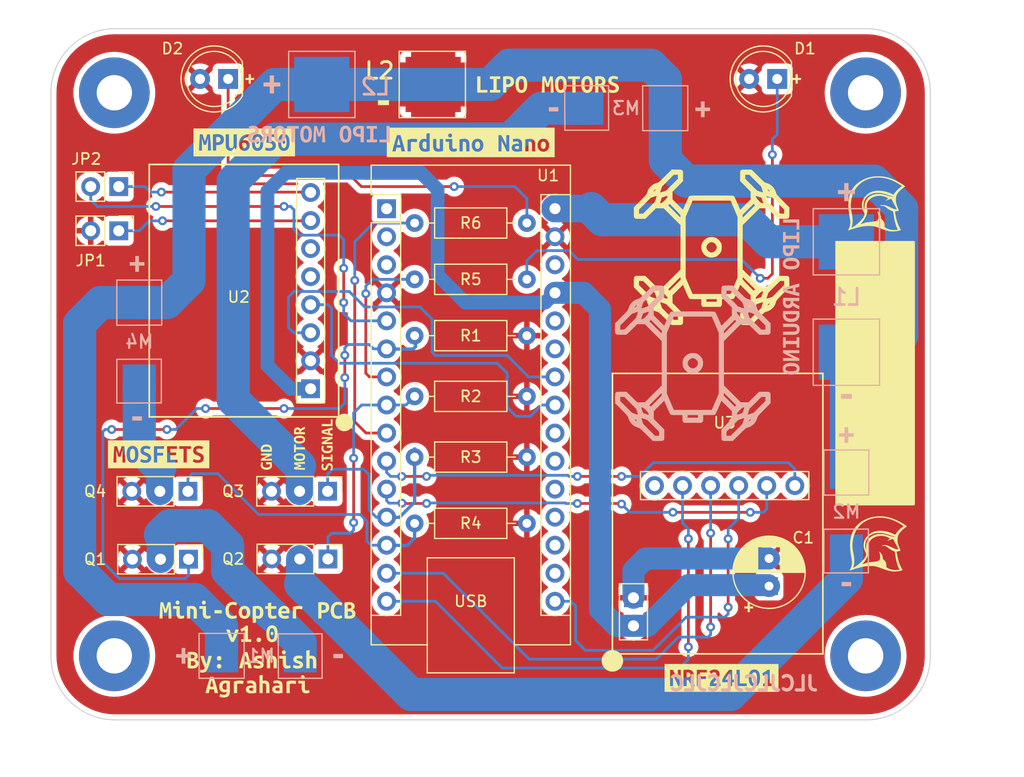
<source format=kicad_pcb>
(kicad_pcb (version 20211014) (generator pcbnew)
  (title_block (title "MiniCopter PCB") (date "2023-05-01") (rev "v1.0") (comment 4 "By: Ashish Agrahari"))
  (layers (0 "F.Cu" signal) (31 "B.Cu" signal) (34 "B.Paste" user) (35 "F.Paste" user) (36 "B.SilkS" user "B.Silkscreen") (37 "F.SilkS" user "F.Silkscreen") (38 "B.Mask" user) (39 "F.Mask" user) (44 "Edge.Cuts" user))
  (net 0 "")
  (net 1 "Net-(JP1-Pad1)")
  (net 2 "Net-(JP2-Pad1)")
  (net 4 "GND")
  (net 5 "INT")
  (net 6 "MOTOR_1")
  (net 7 "LED_1")
  (net 8 "MOTOR_2")
  (net 9 "LED_2")
  (net 10 "CE_NANO")
  (net 11 "CSN_NANO")
  (net 12 "MOTOR_3")
  (net 13 "MOTOR_4")
  (net 14 "MOSI_NANO")
  (net 15 "MISO_NANO")
  (net 16 "SCK_NANO")
  (net 23 "SDA")
  (net 24 "SCL")
  (net 27 "+BATT_ARDUINO")
  (net 30 "Net-(M1-Pad2)")
  (net 31 "+5V")
  (net 32 "+BATT_MOTORS")
  (net 37 "Net-(M2-Pad2)")
  (net 38 "Net-(M3-Pad2)")
  (net 39 "Net-(M4-Pad2)")
  (net 40 "Net-(D1-Pad1)")
  (net 41 "Net-(D2-Pad1)")
  (footprint "kibuzzard-6440D5EF" (layer "F.Cu") (at 91.5 110.5 90)
    (fp_text reference "kibuzzard-6440D5EF" hide)
    (fp_text value "G***" hide)
  )
  (footprint "kibuzzard-6440B803" (layer "F.Cu") (at 98 128.52)
    (fp_text reference "kibuzzard-6440B803" hide)
    (fp_text value "G***" hide)
  )
  (footprint "MountingHole:MountingHole_3.2mm_M3_Pad" (layer "F.Cu") (at 77.74 77.5)
    (fp_text reference "H1")
    (fp_text value "MountingHole")
    (pad "1" thru_hole circle (at 0 0) (size 6.4 6.4) (drill 3.2) (layers *.Cu *.Mask))
  )
  (footprint "MiniCopterSchematic:DroneIcon" (layer "F.Cu") (at 131.8 91.5)
    (fp_text reference "G***")
    (fp_text value "LOGO" hide)
  )
  (footprint "kibuzzard-644F2071" (layer "F.Cu") (at 90 76.25)
    (fp_text reference "kibuzzard-644F2071" hide)
    (fp_text value "G***" hide)
  )
  (footprint "AA_Custom_Components:3Pin_MOSFET_MotorDriver" (layer "F.Cu") (at 91.967 113.596 90)
    (fp_text reference "Q3" (at 0 -3.467 180) (layer "F.SilkS"))
    (fp_text value "FQP20NO6L")
    (pad "1" thru_hole rect (at 0 5.08 90) (size 1.7 1.7) (drill 1) (layers *.Cu *.Mask) (net 12 "MOTOR_3"))
    (pad "2" thru_hole oval (at 0 2.54 90) (size 1.7 1.7) (drill 1) (layers *.Cu *.Mask) (net 38 "Net-(M3-Pad2)"))
    (pad "3" thru_hole circle (at 0 0 90) (size 1.7 1.7) (drill 1) (layers *.Cu *.Mask) (net 4 "GND"))
  )
  (footprint "Resistor_THT:R_Axial_DIN0207_L6.3mm_D2.5mm_P10.16mm_Horizontal" (layer "F.Cu") (at 104.92 105)
    (fp_text reference "R2" (at 5.08 0) (layer "F.SilkS"))
    (fp_text value "10K Ω")
    (pad "1" thru_hole circle (at 0 0) (size 1.6 1.6) (drill 0.8) (layers *.Cu *.Mask) (net 8 "MOTOR_2"))
    (pad "2" thru_hole oval (at 10.16 0) (size 1.6 1.6) (drill 0.8) (layers *.Cu *.Mask) (net 4 "GND"))
  )
  (footprint "kibuzzard-6440D635" (layer "F.Cu") (at 94.5 109.7 90)
    (fp_text reference "kibuzzard-6440D635" hide)
    (fp_text value "G***" hide)
  )
  (footprint "AA_Custom_Components:NRF24L01_Breakout" (layer "F.Cu") (at 134.252013 108)
    (fp_text reference "U3" (at -1.27 -0.613487 unlocked) (layer "F.SilkS"))
    (fp_text value "NRF24L01_Breakout")
    (pad "1" thru_hole rect (at -9.525 15.24) (size 1.7 1.7) (drill 1) (layers *.Cu *.Mask) (net 4 "GND"))
    (pad "2" thru_hole circle (at -9.525 17.78) (size 1.7 1.7) (drill 1) (layers *.Cu *.Mask) (net 31 "+5V"))
    (pad "3" thru_hole circle (at 5.08 5.08) (size 1.7 1.7) (drill 1) (layers *.Cu *.Mask) (net 10 "CE_NANO"))
    (pad "4" thru_hole circle (at 2.54 5.08) (size 1.7 1.7) (drill 1) (layers *.Cu *.Mask) (net 11 "CSN_NANO"))
    (pad "5" thru_hole circle (at 0 5.08) (size 1.7 1.7) (drill 1) (layers *.Cu *.Mask) (net 16 "SCK_NANO"))
    (pad "6" thru_hole circle (at -2.54 5.08) (size 1.7 1.7) (drill 1) (layers *.Cu *.Mask) (net 14 "MOSI_NANO"))
    (pad "7" thru_hole circle (at -5.08 5.08) (size 1.7 1.7) (drill 1) (layers *.Cu *.Mask) (net 15 "MISO_NANO"))
    (pad "8" thru_hole circle (at -7.62 5.08) (size 1.7 1.7) (drill 1) (layers *.Cu *.Mask))
  )
  (footprint "kibuzzard-6440B803" (layer "F.Cu") (at 144 122)
    (fp_text reference "kibuzzard-6440B803" hide)
    (fp_text value "G***" hide)
  )
  (footprint "Resistor_THT:R_Axial_DIN0207_L6.3mm_D2.5mm_P10.16mm_Horizontal" (layer "F.Cu") (at 104.92 116.5)
    (fp_text reference "R4" (at 5.08 0) (layer "F.SilkS"))
    (fp_text value "10K Ω")
    (pad "1" thru_hole circle (at 0 0) (size 1.6 1.6) (drill 0.8) (layers *.Cu *.Mask) (net 13 "MOTOR_4"))
    (pad "2" thru_hole oval (at 10.16 0) (size 1.6 1.6) (drill 0.8) (layers *.Cu *.Mask) (net 4 "GND"))
  )
  (footprint "AA_Custom_Components:Arduino_Nano" (layer "F.Cu") (at 102.385 88)
    (fp_text reference "U1" (at 14.615 -3) (layer "F.SilkS"))
    (fp_text value "ARDUINO NANO")
    (fp_text user "USB" (at 7.62 35.56 unlocked) (layer "F.SilkS"))
    (pad "1" thru_hole rect (at 0 0) (size 1.7 1.7) (drill 1) (layers *.Cu *.Mask))
    (pad "2" thru_hole circle (at 0 2.54) (size 1.7 1.7) (drill 1) (layers *.Cu *.Mask))
    (pad "3" thru_hole circle (at 0 5.08) (size 1.7 1.7) (drill 1) (layers *.Cu *.Mask))
    (pad "4" thru_hole circle (at 0 7.62) (size 1.7 1.7) (drill 1) (layers *.Cu *.Mask) (net 4 "GND"))
    (pad "5" thru_hole circle (at 0 10.16) (size 1.7 1.7) (drill 1) (layers *.Cu *.Mask) (net 5 "INT"))
    (pad "6" thru_hole circle (at 0 12.7) (size 1.7 1.7) (drill 1) (layers *.Cu *.Mask) (net 6 "MOTOR_1"))
    (pad "7" thru_hole circle (at 0 15.24) (size 1.7 1.7) (drill 1) (layers *.Cu *.Mask) (net 7 "LED_1"))
    (pad "8" thru_hole circle (at 0 17.78) (size 1.7 1.7) (drill 1) (layers *.Cu *.Mask) (net 8 "MOTOR_2"))
    (pad "9" thru_hole circle (at 0 20.32) (size 1.7 1.7) (drill 1) (layers *.Cu *.Mask) (net 9 "LED_2"))
    (pad "10" thru_hole circle (at 0 22.86) (size 1.7 1.7) (drill 1) (layers *.Cu *.Mask) (net 10 "CE_NANO"))
    (pad "11" thru_hole circle (at 0 25.4) (size 1.7 1.7) (drill 1) (layers *.Cu *.Mask) (net 11 "CSN_NANO"))
    (pad "12" thru_hole circle (at 0 27.94) (size 1.7 1.7) (drill 1) (layers *.Cu *.Mask) (net 12 "MOTOR_3"))
    (pad "13" thru_hole circle (at 0 30.48) (size 1.7 1.7) (drill 1) (layers *.Cu *.Mask) (net 13 "MOTOR_4"))
    (pad "14" thru_hole circle (at 0 33.02) (size 1.7 1.7) (drill 1) (layers *.Cu *.Mask) (net 14 "MOSI_NANO"))
    (pad "15" thru_hole circle (at 0 35.56) (size 1.7 1.7) (drill 1) (layers *.Cu *.Mask) (net 15 "MISO_NANO"))
    (pad "16" thru_hole circle (at 15.24 35.56) (size 1.7 1.7) (drill 1) (layers *.Cu *.Mask) (net 16 "SCK_NANO"))
    (pad "17" thru_hole circle (at 15.24 33.02) (size 1.7 1.7) (drill 1) (layers *.Cu *.Mask))
    (pad "18" thru_hole circle (at 15.24 30.48) (size 1.7 1.7) (drill 1) (layers *.Cu *.Mask))
    (pad "19" thru_hole circle (at 15.24 27.94) (size 1.7 1.7) (drill 1) (layers *.Cu *.Mask))
    (pad "20" thru_hole circle (at 15.24 25.4) (size 1.7 1.7) (drill 1) (layers *.Cu *.Mask))
    (pad "21" thru_hole circle (at 15.24 22.86) (size 1.7 1.7) (drill 1) (layers *.Cu *.Mask))
    (pad "22" thru_hole circle (at 15.24 20.32) (size 1.7 1.7) (drill 1) (layers *.Cu *.Mask))
    (pad "23" thru_hole circle (at 15.24 17.78) (size 1.7 1.7) (drill 1) (layers *.Cu *.Mask) (net 23 "SDA"))
    (pad "24" thru_hole circle (at 15.24 15.24) (size 1.7 1.7) (drill 1) (layers *.Cu *.Mask) (net 24 "SCL"))
    (pad "25" thru_hole circle (at 15.24 12.7) (size 1.7 1.7) (drill 1) (layers *.Cu *.Mask))
    (pad "26" thru_hole circle (at 15.24 10.16) (size 1.7 1.7) (drill 1) (layers *.Cu *.Mask))
    (pad "27" thru_hole circle (at 15.24 7.62) (size 1.7 1.7) (drill 1) (layers *.Cu *.Mask) (net 31 "+5V"))
    (pad "28" thru_hole circle (at 15.24 5.08) (size 1.7 1.7) (drill 1) (layers *.Cu *.Mask))
    (pad "29" thru_hole circle (at 15.24 2.54) (size 1.7 1.7) (drill 1) (layers *.Cu *.Mask) (net 4 "GND"))
    (pad "30" thru_hole circle (at 15.24 0) (size 1.7 1.7) (drill 1) (layers *.Cu *.Mask) (net 27 "+BATT_ARDUINO"))
  )
  (footprint "kibuzzard-644F2068" (layer "F.Cu") (at 139.5 76.25)
    (fp_text reference "kibuzzard-644F2068" hide)
    (fp_text value "G***" hide)
  )
  (footprint "kibuzzard-6440B80B" (layer "F.Cu") (at 131 79)
    (fp_text reference "kibuzzard-6440B80B" hide)
    (fp_text value "G***" hide)
  )
  (footprint "Resistor_THT:R_Axial_DIN0207_L6.3mm_D2.5mm_P10.16mm_Horizontal" (layer "F.Cu") (at 104.92 94.4)
    (fp_text reference "R5" (at 5.08 0) (layer "F.SilkS"))
    (fp_text value "100 Ω")
    (pad "1" thru_hole circle (at 0 0) (size 1.6 1.6) (drill 0.8) (layers *.Cu *.Mask) (net 7 "LED_1"))
    (pad "2" thru_hole oval (at 10.16 0) (size 1.6 1.6) (drill 0.8) (layers *.Cu *.Mask) (net 40 "Net-(D1-Pad1)"))
  )
  (footprint "LED_THT:LED_D5.0mm" (layer "F.Cu") (at 88.04 76.25 180)
    (fp_text reference "D2" (at 5.04 2.75 180) (layer "F.SilkS"))
    (fp_text value "LED_5MM")
    (pad "1" thru_hole rect (at 0 0 180) (size 1.8 1.8) (drill 0.9) (layers *.Cu *.Mask) (net 41 "Net-(D2-Pad1)"))
    (pad "2" thru_hole circle (at 2.54 0 180) (size 1.8 1.8) (drill 0.9) (layers *.Cu *.Mask) (net 4 "GND"))
  )
  (footprint "kibuzzard-6440B803" (layer "F.Cu") (at 117.5 79)
    (fp_text reference "kibuzzard-6440B803" hide)
    (fp_text value "G***" hide)
  )
  (footprint "kibuzzard-644F1F4C" (layer "F.Cu") (at 92 76.75)
    (fp_text reference "kibuzzard-644F1F4C" hide)
    (fp_text value "G***" hide)
  )
  (footprint "MiniCopterSchematic:FhciLogo" (layer "F.Cu") (at 147 118.2)
    (fp_text reference "G***")
    (fp_text value "LOGO" hide)
  )
  (footprint "Connector_PinHeader_2.54mm:PinHeader_1x02_P2.54mm_Vertical" (layer "F.Cu") (at 78.14 90 -90)
    (fp_text reference "JP1" (at 2.7 2.54 180) (layer "F.SilkS"))
    (fp_text value "SolderJumper_1")
    (pad "1" thru_hole rect (at 0 0 270) (size 1.7 1.7) (drill 1) (layers *.Cu *.Mask) (net 1 "Net-(JP1-Pad1)"))
    (pad "2" thru_hole oval (at 0 2.54 270) (size 1.7 1.7) (drill 1) (layers *.Cu *.Mask) (net 4 "GND"))
  )
  (footprint "kibuzzard-6452DC3B" (layer "F.Cu") (at 90.2 129)
    (fp_text reference "kibuzzard-6452DC3B" hide)
    (fp_text value "G***" hide)
  )
  (footprint "kibuzzard-6440B80B" (layer "F.Cu") (at 144 108.5)
    (fp_text reference "kibuzzard-6440B80B" hide)
    (fp_text value "G***" hide)
  )
  (footprint "kibuzzard-6440B80B" (layer "F.Cu") (at 79.8 93)
    (fp_text reference "kibuzzard-6440B80B" hide)
    (fp_text value "G***" hide)
  )
  (footprint "kibuzzard-6440B803" (layer "F.Cu") (at 79.8 107)
    (fp_text reference "kibuzzard-6440B803" hide)
    (fp_text value "G***" hide)
  )
  (footprint "kibuzzard-644F1F59" (layer "F.Cu") (at 144 86.5)
    (fp_text reference "kibuzzard-644F1F59" hide)
    (fp_text value "G***" hide)
  )
  (footprint "Capacitor_THT:CP_Radial_D6.3mm_P2.50mm" (layer "F.Cu") (at 137 122.18238 90)
    (fp_text reference "C1" (at 4.38238 3.1) (layer "F.SilkS"))
    (fp_text value "47UF-CAPACITOR")
    (pad "1" thru_hole rect (at 0 0 90) (size 1.6 1.6) (drill 0.8) (layers *.Cu *.Mask) (net 31 "+5V"))
    (pad "2" thru_hole circle (at 2.5 0 90) (size 1.6 1.6) (drill 0.8) (layers *.Cu *.Mask) (net 4 "GND"))
  )
  (footprint "kibuzzard-644F167C" (layer "F.Cu") (at 132.7 130.5)
    (fp_text reference "kibuzzard-644F167C" hide)
    (fp_text value "G***" hide)
  )
  (footprint "LED_THT:LED_D5.0mm" (layer "F.Cu") (at 137.74 76.25 180)
    (fp_text reference "D1" (at -2.51 2.75 180) (layer "F.SilkS"))
    (fp_text value "LED_5MM")
    (pad "1" thru_hole rect (at 0 0 180) (size 1.8 1.8) (drill 0.9) (layers *.Cu *.Mask) (net 40 "Net-(D1-Pad1)"))
    (pad "2" thru_hole circle (at 2.54 0 180) (size 1.8 1.8) (drill 0.9) (layers *.Cu *.Mask) (net 4 "GND"))
  )
  (footprint "Resistor_THT:R_Axial_DIN0207_L6.3mm_D2.5mm_P10.16mm_Horizontal" (layer "F.Cu") (at 104.92 89.3)
    (fp_text reference "R6" (at 5.08 0) (layer "F.SilkS"))
    (fp_text value "100 Ω")
    (pad "1" thru_hole circle (at 0 0) (size 1.6 1.6) (drill 0.8) (layers *.Cu *.Mask) (net 9 "LED_2"))
    (pad "2" thru_hole oval (at 10.16 0) (size 1.6 1.6) (drill 0.8) (layers *.Cu *.Mask) (net 41 "Net-(D2-Pad1)"))
  )
  (footprint "MountingHole:MountingHole_3.2mm_M3_Pad" (layer "F.Cu") (at 145.74 77.5)
    (fp_text reference "H2")
    (fp_text value "MountingHole")
    (pad "1" thru_hole circle (at 0 0) (size 6.4 6.4) (drill 3.2) (layers *.Cu *.Mask))
  )
  (footprint "kibuzzard-6452DC31" (layer "F.Cu") (at 90.7 124.5)
    (fp_text reference "kibuzzard-6452DC31" hide)
    (fp_text value "G***" hide)
  )
  (footprint "kibuzzard-6452D829" (layer "F.Cu") (at 117 76.75)
    (fp_text reference "kibuzzard-6452D829" hide)
    (fp_text value "G***" hide)
  )
  (footprint "MountingHole:MountingHole_3.2mm_M3_Pad" (layer "F.Cu") (at 145.74 128.5)
    (fp_text reference "H4")
    (fp_text value "MountingHole")
    (pad "1" thru_hole circle (at 0 0) (size 6.4 6.4) (drill 3.2) (layers *.Cu *.Mask))
  )
  (footprint "Connector_PinHeader_2.54mm:PinHeader_1x02_P2.54mm_Vertical" (layer "F.Cu") (at 78.14 86 -90)
    (fp_text reference "JP2" (at -2.5 2.94) (layer "F.SilkS"))
    (fp_text value "SolderJumper_2")
    (pad "1" thru_hole rect (at 0 0 270) (size 1.7 1.7) (drill 1) (layers *.Cu *.Mask) (net 2 "Net-(JP2-Pad1)"))
    (pad "2" thru_hole oval (at 0 2.54 270) (size 1.7 1.7) (drill 1) (layers *.Cu *.Mask) (net 5 "INT"))
  )
  (footprint "kibuzzard-6440D61E" (layer "F.Cu") (at 97 109.4 90)
    (fp_text reference "kibuzzard-6440D61E" hide)
    (fp_text value "G***" hide)
  )
  (footprint "AA_Custom_Components:3Pin_MOSFET_MotorDriver" (layer "F.Cu") (at 79.375 119.75 90)
    (fp_text reference "Q1" (at 0 -3.375 180) (layer "F.SilkS"))
    (fp_text value "FQP20NO6L")
    (pad "1" thru_hole rect (at 0 5.08 90) (size 1.7 1.7) (drill 1) (layers *.Cu *.Mask) (net 6 "MOTOR_1"))
    (pad "2" thru_hole oval (at 0 2.54 90) (size 1.7 1.7) (drill 1) (layers *.Cu *.Mask) (net 30 "Net-(M1-Pad2)"))
    (pad "3" thru_hole circle (at 0 0 90) (size 1.7 1.7) (drill 1) (layers *.Cu *.Mask) (net 4 "GND"))
  )
  (footprint "AA_Custom_Components:3Pin_MOSFET_MotorDriver" (layer "F.Cu") (at 91.99 119.725 90)
    (fp_text reference "Q2" (at 0 -3.49 180) (layer "F.SilkS"))
    (fp_text value "FQP20NO6L")
    (pad "1" thru_hole rect (at 0 5.08 90) (size 1.7 1.7) (drill 1) (layers *.Cu *.Mask) (net 8 "MOTOR_2"))
    (pad "2" thru_hole oval (at 0 2.54 90) (size 1.7 1.7) (drill 1) (layers *.Cu *.Mask) (net 37 "Net-(M2-Pad2)"))
    (pad "3" thru_hole circle (at 0 0 90) (size 1.7 1.7) (drill 1) (layers *.Cu *.Mask) (net 4 "GND"))
  )
  (footprint "kibuzzard-644F2052" (layer "F.Cu") (at 135.161 124.117621)
    (fp_text reference "kibuzzard-644F2052" hide)
    (fp_text value "G***" hide)
  )
  (footprint "kibuzzard-644F1527" (layer "F.Cu") (at 89.5 82)
    (fp_text reference "kibuzzard-644F1527" hide)
    (fp_text value "G***" hide)
  )
  (footprint "MountingHole:MountingHole_3.2mm_M3_Pad" (layer "F.Cu") (at 77.74 128.5)
    (fp_text reference "H3")
    (fp_text value "MountingHole")
    (pad "1" thru_hole circle (at 0 0) (size 6.4 6.4) (drill 3.2) (layers *.Cu *.Mask))
  )
  (footprint "kibuzzard-6452DC40" (layer "F.Cu") (at 90.7 131.25)
    (fp_text reference "kibuzzard-6452DC40" hide)
    (fp_text value "G***" hide)
  )
  (footprint "MiniCopterSchematic:FhciLogo" (layer "F.Cu") (at 146.85 87.4)
    (fp_text reference "G***")
    (fp_text value "LOGO" hide)
  )
  (footprint "kibuzzard-644F15D5" (layer "F.Cu") (at 81.75 110.25)
    (fp_text reference "kibuzzard-644F15D5" hide)
    (fp_text value "G***" hide)
  )
  (footprint "Resistor_THT:R_Axial_DIN0207_L6.3mm_D2.5mm_P10.16mm_Horizontal" (layer "F.Cu") (at 104.92 99.5)
    (fp_text reference "R1" (at 5.08 0) (layer "F.SilkS"))
    (fp_text value "10K Ω")
    (pad "1" thru_hole circle (at 0 0) (size 1.6 1.6) (drill 0.8) (layers *.Cu *.Mask) (net 6 "MOTOR_1"))
    (pad "2" thru_hole oval (at 10.16 0) (size 1.6 1.6) (drill 0.8) (layers *.Cu *.Mask) (net 4 "GND"))
  )
  (footprint "Resistor_THT:R_Axial_DIN0207_L6.3mm_D2.5mm_P10.16mm_Horizontal" (layer "F.Cu") (at 104.92 110.5)
    (fp_text reference "R3" (at 5.08 0) (layer "F.SilkS"))
    (fp_text value "10K Ω")
    (pad "1" thru_hole circle (at 0 0) (size 1.6 1.6) (drill 0.8) (layers *.Cu *.Mask) (net 12 "MOTOR_3"))
    (pad "2" thru_hole oval (at 10.16 0) (size 1.6 1.6) (drill 0.8) (layers *.Cu *.Mask) (net 4 "GND"))
  )
  (footprint "kibuzzard-6440B80B" (layer "F.Cu") (at 84 128.5)
    (fp_text reference "kibuzzard-6440B80B" hide)
    (fp_text value "G***" hide)
  )
  (footprint "AA_Custom_Components:MPU6050" (layer "F.Cu") (at 95.50529 86.53529 -90)
    (fp_text reference "U2" (at 9.46471 6.50529 unlocked) (layer "F.SilkS"))
    (fp_text value "MPU6050")
    (pad "1" thru_hole rect (at 17.78 0 270) (size 1.7 1.7) (drill 1) (layers *.Cu *.Mask) (net 31 "+5V"))
    (pad "2" thru_hole circle (at 15.24 0 270) (size 1.7 1.7) (drill 1) (layers *.Cu *.Mask) (net 4 "GND"))
    (pad "3" thru_hole circle (at 12.7 0 270) (size 1.7 1.7) (drill 1) (layers *.Cu *.Mask) (net 24 "SCL"))
    (pad "4" thru_hole circle (at 10.16 0 270) (size 1.7 1.7) (drill 1) (layers *.Cu *.Mask) (net 23 "SDA"))
    (pad "5" thru_hole circle (at 7.62 0 270) (size 1.7 1.7) (drill 1) (layers *.Cu *.Mask))
    (pad "6" thru_hole circle (at 5.08 0 270) (size 1.7 1.7) (drill 1) (layers *.Cu *.Mask))
    (pad "7" thru_hole circle (at 2.54 0 270) (size 1.7 1.7) (drill 1) (layers *.Cu *.Mask) (net 1 "Net-(JP1-Pad1)"))
    (pad "8" thru_hole circle (at 0 0 270) (size 1.7 1.7) (drill 1) (layers *.Cu *.Mask) (net 2 "Net-(JP2-Pad1)"))
  )
  (footprint "kibuzzard-644F1F5E" (layer "F.Cu") (at 144 105)
    (fp_text reference "kibuzzard-644F1F5E" hide)
    (fp_text value "G***" hide)
  )
  (footprint "kibuzzard-644F152E" (layer "F.Cu") (at 110 82)
    (fp_text reference "kibuzzard-644F152E" hide)
    (fp_text value "G***" hide)
  )
  (footprint "kibuzzard-6452DC36" (layer "F.Cu") (at 90.2 126.5)
    (fp_text reference "kibuzzard-6452DC36" hide)
    (fp_text value "G***" hide)
  )
  (footprint "AA_Custom_Components:3Pin_MOSFET_MotorDriver" (layer "F.Cu") (at 79.32 113.6 90)
    (fp_text reference "Q4" (at 0 -3.32 180) (layer "F.SilkS"))
    (fp_text value "FQP20NO6L")
    (pad "1" thru_hole rect (at 0 5.08 90) (size 1.7 1.7) (drill 1) (layers *.Cu *.Mask) (net 13 "MOTOR_4"))
    (pad "2" thru_hole oval (at 0 2.54 90) (size 1.7 1.7) (drill 1) (layers *.Cu *.Mask) (net 39 "Net-(M4-Pad2)"))
    (pad "3" thru_hole circle (at 0 0 90) (size 1.7 1.7) (drill 1) (layers *.Cu *.Mask) (net 4 "GND"))
  )
  (footprint "kibuzzard-644F1CFC" (layer "B.Cu") (at 139 96 -90)
    (fp_text reference "kibuzzard-644F1CFC" hide)
    (fp_text value "G***" hide)
  )
  (footprint "kibuzzard-644F1D01" (layer "B.Cu") (at 96.25 81.25 180)
    (fp_text reference "kibuzzard-644F1D01" hide)
    (fp_text value "G***" hide)
  )
  (footprint "kibuzzard-644F1F53" (layer "B.Cu") (at 102.1 78.4 180)
    (fp_text reference "kibuzzard-644F1F53" hide)
    (fp_text value "G***" hide)
  )
  (footprint "AA_Custom_Components:PowerPad_Pair_3.0x3.0mm" (layer "B.Cu") (at 144 115.444 -90)
    (fp_text reference "M2" (at 0 0 180) (layer "B.SilkS") (effects (font (size 1.2 1.2) (thickness 0.2)) (justify mirror)))
    (fp_text value "Motor_DC_2")
    (pad "1" smd rect (at -3.556 0 270) (size 3 3) (layers "B.Cu" "B.Paste" "B.Mask") (net 32 "+BATT_MOTORS"))
    (pad "2" smd rect (at 3.556 0 270) (size 3 3) (layers "B.Cu" "B.Paste" "B.Mask") (net 37 "Net-(M2-Pad2)"))
  )
  (footprint "AA_Custom_Components:PowerPad_Pair_5.0x5.0mm_1PadFlipped" (layer "B.Cu") (at 101.52 76.75)
    (fp_text reference "L2" (at -0.15 0.2 180) (layer "B.SilkS") (effects (font (size 1.5 1.5) (thickness 0.25)) (justify mirror)))
    (fp_text value "LIPO 3.7V 680 mAH")
    (pad "1" smd rect (at -5 0) (size 5 5) (layers "B.Cu" "B.Paste" "B.Mask") (net 32 "+BATT_MOTORS"))
    (pad "2" smd rect (at 5.08 0) (size 5 5) (layers "F.Cu" "F.Paste" "F.Mask") (net 4 "GND"))
  )
  (footprint "AA_Custom_Components:PowerPad_Pair_3.0x3.0mm" (layer "B.Cu") (at 91 128.5)
    (fp_text reference "M1" (at 0 0) (layer "B.SilkS") (effects (font (size 1.2 1.2) (thickness 0.2)) (justify mirror)))
    (fp_text value "Motor_DC_1")
    (pad "1" smd rect (at -3.556 0) (size 3 3) (layers "B.Cu" "B.Paste" "B.Mask") (net 32 "+BATT_MOTORS"))
    (pad "2" smd rect (at 3.556 0) (size 3 3) (layers "B.Cu" "B.Paste" "B.Mask") (net 30 "Net-(M1-Pad2)"))
  )
  (footprint "AA_Custom_Components:PowerPad_Pair_5.0x5.0mm" (layer "B.Cu") (at 144 96 -90)
    (fp_text reference "L1" (at 0 0) (layer "B.SilkS") (effects (font (size 1.5 1.5) (thickness 0.25)) (justify mirror)))
    (fp_text value "LIPO 3.7V 380 mAH")
    (pad "1" smd rect (at -5 0 270) (size 5 5) (layers "B.Cu" "B.Paste" "B.Mask") (net 27 "+BATT_ARDUINO"))
    (pad "2" smd rect (at 5 0 270) (size 5 5) (layers "B.Cu" "B.Paste" "B.Mask") (net 32 "+BATT_MOTORS"))
  )
  (footprint "AA_Custom_Components:PowerPad_Pair_3.0x3.0mm" (layer "B.Cu") (at 80 100.056 -90)
    (fp_text reference "M4" (at 0 0 180) (layer "B.SilkS") (effects (font (size 1.2 1.2) (thickness 0.2)) (justify mirror)))
    (fp_text value "Motor_DC_4")
    (pad "1" smd rect (at -3.556 0 270) (size 3 3) (layers "B.Cu" "B.Paste" "B.Mask") (net 32 "+BATT_MOTORS"))
    (pad "2" smd rect (at 3.556 0 270) (size 3 3) (layers "B.Cu" "B.Paste" "B.Mask") (net 39 "Net-(M4-Pad2)"))
  )
  (footprint "MiniCopterSchematic:DroneIcon" (layer "B.Cu") (at 130.1 102 180)
    (fp_text reference "G***")
    (fp_text value "LOGO" hide)
  )
  (footprint "AA_Custom_Components:PowerPad_Pair_3.0x3.0mm" (layer "B.Cu") (at 124.056 78.9 180)
    (fp_text reference "M3" (at 0 0) (layer "B.SilkS") (effects (font (size 1.2 1.2) (thickness 0.2)) (justify mirror)))
    (fp_text value "Motor_DC_3")
    (pad "1" smd rect (at -3.556 0 180) (size 3 3) (layers "B.Cu" "B.Paste" "B.Mask") (net 32 "+BATT_MOTORS"))
    (pad "2" smd rect (at 3.556 0 180) (size 3 3) (layers "B.Cu" "B.Paste" "B.Mask") (net 38 "Net-(M3-Pad2)"))
  )
  (gr_rect (start 143.1 91.025) (end 150.1 114.775) (layer "F.SilkS") (width 0.2) (fill solid))
  (gr_line (start 77.8 134.3) (end 145.8 134.3) (layer "Edge.Cuts") (width 0.1))
  (gr_arc (start 145.8 71.7) (mid 149.901219 73.398781) (end 151.6 77.5) (layer "Edge.Cuts") (width 0.1))
  (gr_line (start 151.6 128.5) (end 151.6 77.5) (layer "Edge.Cuts") (width 0.1))
  (gr_arc (start 72 77.5) (mid 73.698781 73.398781) (end 77.8 71.7) (layer "Edge.Cuts") (width 0.1))
  (gr_arc (start 77.8 134.3) (mid 73.698781 132.601219) (end 72 128.5) (layer "Edge.Cuts") (width 0.1))
  (gr_line (start 72 77.5) (end 72 128.5) (layer "Edge.Cuts") (width 0.1))
  (gr_line (start 145.8 71.7) (end 77.8 71.7) (layer "Edge.Cuts") (width 0.1))
  (gr_arc (start 151.6 128.5) (mid 149.901219 132.601219) (end 145.8 134.3) (layer "Edge.Cuts") (width 0.1))
  (gr_text "JLCJLCJLCJLC" (at 134.7 131) (layer "B.SilkS") (effects (font (size 1.3 1.3) (thickness 0.3)) (justify mirror)))
  (gr_text "L2" (at 101.75 75.5) (layer "F.SilkS") (effects (font (size 1.5 1.5) (thickness 0.25))))
  (segment (start 95.48058 89.1) (end 95.50529 89.07529) (width 0.25) (layer "F.Cu") (net 1))
  (segment (start 82.1 89.1) (end 95.48058 89.1) (width 0.25) (layer "F.Cu") (net 1))
  (via (at 82.1 89.1) (size 0.8) (drill 0.4) (layers "F.Cu" "B.Cu") (net 1))
  (segment (start 80 90) (end 78.14 90) (width 0.25) (layer "B.Cu") (net 1))
  (segment (start 82.1 89.1) (end 80.9 89.1) (width 0.25) (layer "B.Cu") (net 1))
  (segment (start 80.9 89.1) (end 80 90) (width 0.25) (layer "B.Cu") (net 1))
  (segment (start 95.47 86.5) (end 95.50529 86.53529) (width 0.25) (layer "F.Cu") (net 2))
  (segment (start 82 86.5) (end 95.47 86.5) (width 0.25) (layer "F.Cu") (net 2))
  (via (at 82 86.5) (size 0.8) (drill 0.4) (layers "F.Cu" "B.Cu") (net 2))
  (segment (start 80.5 86) (end 78.14 86) (width 0.25) (layer "B.Cu") (net 2))
  (segment (start 81 86.5) (end 80.5 86) (width 0.25) (layer "B.Cu") (net 2))
  (segment (start 82 86.5) (end 81 86.5) (width 0.25) (layer "B.Cu") (net 2))
  (segment (start 124.727013 123.24) (end 124.727013 120.772987) (width 2) (layer "B.Cu") (net 4))
  (segment (start 124.727013 120.772987) (end 125.81762 119.68238) (width 2) (layer "B.Cu") (net 4))
  (segment (start 125.81762 119.68238) (end 137 119.68238) (width 2) (layer "B.Cu") (net 4))
  (segment (start 93.1 87.8) (end 81.5 87.8) (width 0.25) (layer "F.Cu") (net 5))
  (segment (start 98.5 93.4) (end 98.5 96.5) (width 0.25) (layer "F.Cu") (net 5))
  (via (at 98.5 93.4) (size 0.8) (drill 0.4) (layers "F.Cu" "B.Cu") (net 5))
  (via (at 93.1 87.8) (size 0.8) (drill 0.4) (layers "F.Cu" "B.Cu") (net 5))
  (via (at 81.5 87.8) (size 0.8) (drill 0.4) (layers "F.Cu" "B.Cu") (net 5))
  (via (at 98.5 96.5) (size 0.8) (drill 0.4) (layers "F.Cu" "B.Cu") (net 5))
  (segment (start 98.1 90.4) (end 94.5 90.4) (width 0.25) (layer "B.Cu") (net 5))
  (segment (start 93.7 87.8) (end 93.1 87.8) (width 0.25) (layer "B.Cu") (net 5))
  (segment (start 99.16 98.16) (end 102.385 98.16) (width 0.25) (layer "B.Cu") (net 5))
  (segment (start 98.5 93.4) (end 98.5 90.8) (width 0.25) (layer "B.Cu") (net 5))
  (segment (start 94 88.1) (end 93.7 87.8) (width 0.25) (layer "B.Cu") (net 5))
  (segment (start 94.5 90.4) (end 94 89.9) (width 0.25) (layer "B.Cu") (net 5))
  (segment (start 76.2 87.8) (end 75.6 87.2) (width 0.25) (layer "B.Cu") (net 5))
  (segment (start 98.5 90.8) (end 98.1 90.4) (width 0.25) (layer "B.Cu") (net 5))
  (segment (start 81.5 87.8) (end 76.2 87.8) (width 0.25) (layer "B.Cu") (net 5))
  (segment (start 94 89.9) (end 94 88.1) (width 0.25) (layer "B.Cu") (net 5))
  (segment (start 75.6 87.2) (end 75.6 86) (width 0.25) (layer "B.Cu") (net 5))
  (segment (start 98.5 97.5) (end 99.16 98.16) (width 0.25) (layer "B.Cu") (net 5))
  (segment (start 98.5 96.5) (end 98.5 97.5) (width 0.25) (layer "B.Cu") (net 5))
  (segment (start 82.5 108) (end 77.5 108) (width 0.25) (layer "F.Cu") (net 6))
  (segment (start 86 106.1) (end 93.1 106.1) (width 0.25) (layer "F.Cu") (net 6))
  (segment (start 98.6 101.2755) (end 98.6 103.3) (width 0.25) (layer "F.Cu") (net 6))
  (via (at 86 106.1) (size 0.8) (drill 0.4) (layers "F.Cu" "B.Cu") (net 6))
  (via (at 77.5 108) (size 0.8) (drill 0.4) (layers "F.Cu" "B.Cu") (net 6))
  (via (at 93.1 106.1) (size 0.8) (drill 0.4) (layers "F.Cu" "B.Cu") (net 6))
  (via (at 82.5 108) (size 0.8) (drill 0.4) (layers "F.Cu" "B.Cu") (net 6))
  (via (at 98.6 101.2755) (size 0.8) (drill 0.4) (layers "F.Cu" "B.Cu") (net 6))
  (via (at 98.6 103.3) (size 0.8) (drill 0.4) (layers "F.Cu" "B.Cu") (net 6))
  (segment (start 98.6 103.3) (end 98.6 105.6) (width 0.25) (layer "B.Cu") (net 6))
  (segment (start 98.6 101.2755) (end 98.6 100.6) (width 0.25) (layer "B.Cu") (net 6))
  (segment (start 83.3 108) (end 85.2 106.1) (width 0.25) (layer "B.Cu") (net 6))
  (segment (start 84.455 121.195) (end 84.455 119.75) (width 0.25) (layer "B.Cu") (net 6))
  (segment (start 105 100.5) (end 104.785 100.715) (width 0.3) (layer "B.Cu") (net 6))
  (segment (start 85.2 106.1) (end 86 106.1) (width 0.25) (layer "B.Cu") (net 6))
  (segment (start 84.15 121.5) (end 84.455 121.195) (width 0.25) (layer "B.Cu") (net 6))
  (segment (start 76.9 108) (end 76.7 108.2) (width 0.25) (layer "B.Cu") (net 6))
  (segment (start 98.1 106.1) (end 93.1 106.1) (width 0.25) (layer "B.Cu") (net 6))
  (segment (start 98.6 100.6) (end 98.9 100.3) (width 0.25) (layer "B.Cu") (net 6))
  (segment (start 78.2 121.5) (end 84.15 121.5) (width 0.25) (layer "B.Cu") (net 6))
  (segment (start 76.7 120) (end 78.2 121.5) (width 0.25) (layer "B.Cu") (net 6))
  (segment (start 100.8 100.3) (end 101.2 100.7) (width 0.25) (layer "B.Cu") (net 6))
  (segment (start 105 99.58) (end 105 100.5) (width 0.3) (layer "B.Cu") (net 6))
  (segment (start 104.92 99.5) (end 105 99.58) (width 0.3) (layer "B.Cu") (net 6))
  (segment (start 77.5 108) (end 76.9 108) (width 0.25) (layer "B.Cu") (net 6))
  (segment (start 98.6 105.6) (end 98.1 106.1) (width 0.25) (layer "B.Cu") (net 6))
  (segment (start 82.5 108) (end 83.3 108) (width 0.25) (layer "B.Cu") (net 6))
  (segment (start 98.9 100.3) (end 100.8 100.3) (width 0.25) (layer "B.Cu") (net 6))
  (segment (start 76.7 108.2) (end 76.7 120) (width 0.25) (layer "B.Cu") (net 6))
  (segment (start 101.2 100.7) (end 102.385 100.7) (width 0.25) (layer "B.Cu") (net 6))
  (segment (start 104.785 100.715) (end 102.45 100.715) (width 0.3) (layer "B.Cu") (net 6))
  (segment (start 100.84 103.24) (end 102.385 103.24) (width 0.25) (layer "F.Cu") (net 7))
  (segment (start 100.5 95.7) (end 100.5 102.9) (width 0.25) (layer "F.Cu") (net 7))
  (segment (start 100.5 102.9) (end 100.84 103.24) (width 0.25) (layer "F.Cu") (net 7))
  (via (at 100.5 95.7) (size 0.8) (drill 0.4) (layers "F.Cu" "B.Cu") (net 7))
  (segment (start 101.1 94.4) (end 104.92 94.4) (width 0.25) (layer "B.Cu") (net 7))
  (segment (start 100.5 95.7) (end 100.5 95) (width 0.25) (layer "B.Cu") (net 7))
  (segment (start 100.5 95) (end 101.1 94.4) (width 0.25) (layer "B.Cu") (net 7))
  (segment (start 99.4 116.4245) (end 99.4 110.6) (width 0.25) (layer "F.Cu") (net 8))
  (via (at 99.4 110.6) (size 0.8) (drill 0.4) (layers "F.Cu" "B.Cu") (net 8))
  (via (at 99.4 116.4245) (size 0.8) (drill 0.4) (layers "F.Cu" "B.Cu") (net 8))
  (segment (start 97.4 117.4) (end 99.1 117.4) (width 0.25) (layer "B.Cu") (net 8))
  (segment (start 99.4 110.6) (end 99.4 106.5) (width 0.25) (layer "B.Cu") (net 8))
  (segment (start 102.385 105.78) (end 104.14 105.78) (width 0.25) (layer "B.Cu") (net 8))
  (segment (start 104.14 105.78) (end 104.92 105) (width 0.25) (layer "B.Cu") (net 8))
  (segment (start 99.1 117.4) (end 99.4 117.1) (width 0.25) (layer "B.Cu") (net 8))
  (segment (start 99.4 106.5) (end 100.12 105.78) (width 0.25) (layer "B.Cu") (net 8))
  (segment (start 97.07 119.725) (end 97.07 117.73) (width 0.25) (layer "B.Cu") (net 8))
  (segment (start 99.4 117.1) (end 99.4 116.4245) (width 0.25) (layer "B.Cu") (net 8))
  (segment (start 97.07 117.73) (end 97.4 117.4) (width 0.25) (layer "B.Cu") (net 8))
  (segment (start 100.12 105.78) (end 102.385 105.78) (width 0.25) (layer "B.Cu") (net 8))
  (segment (start 102.385 108.32) (end 100.52 108.32) (width 0.25) (layer "F.Cu") (net 9))
  (segment (start 100.52 108.32) (end 99.5 107.3) (width 0.25) (layer "F.Cu") (net 9))
  (segment (start 99.5 107.3) (end 99.5 94.5) (width 0.25) (layer "F.Cu") (net 9))
  (via (at 99.5 94.5) (size 0.8) (drill 0.4) (layers "F.Cu" "B.Cu") (net 9))
  (segment (start 99.5 91) (end 99.5 94.5) (width 0.25) (layer "B.Cu") (net 9))
  (segment (start 104.92 89.3) (end 101.2 89.3) (width 0.25) (layer "B.Cu") (net 9))
  (segment (start 101.2 89.3) (end 99.5 91) (width 0.25) (layer "B.Cu") (net 9))
  (segment (start 123.65 112.25) (end 119.65 112.25) (width 0.25) (layer "F.Cu") (net 10))
  (segment (start 106 112.25) (end 103.75 112.25) (width 0.25) (layer "F.Cu") (net 10))
  (via (at 103.75 112.25) (size 0.8) (drill 0.4) (layers "F.Cu" "B.Cu") (net 10))
  (via (at 123.65 112.25) (size 0.8) (drill 0.4) (layers "F.Cu" "B.Cu") (net 10))
  (via (at 106 112.25) (size 0.8) (drill 0.4) (layers "F.Cu" "B.Cu") (net 10))
  (via (at 119.65 112.25) (size 0.8) (drill 0.4) (layers "F.Cu" "B.Cu") (net 10))
  (segment (start 138.75 111) (end 139.332013 111.582013) (width 0.25) (layer "B.Cu") (net 10))
  (segment (start 125.275156 112.25) (end 126.525156 111) (width 0.25) (layer "B.Cu") (net 10))
  (segment (start 118.9 112.25) (end 118.8 112.15) (width 0.25) (layer "B.Cu") (net 10))
  (segment (start 118.9 112.25) (end 119.65 112.25) (width 0.25) (layer "B.Cu") (net 10))
  (segment (start 102.385 111.885) (end 102.385 110.86) (width 0.25) (layer "B.Cu") (net 10))
  (segment (start 102.75 112.25) (end 102.385 111.885) (width 0.25) (layer "B.Cu") (net 10))
  (segment (start 118.8 112.15) (end 106.1 112.15) (width 0.25) (layer "B.Cu") (net 10))
  (segment (start 123.65 112.25) (end 125.275156 112.25) (width 0.25) (layer "B.Cu") (net 10))
  (segment (start 139.332013 111.582013) (end 139.332013 113.08) (width 0.25) (layer "B.Cu") (net 10))
  (segment (start 106.1 112.15) (end 106 112.25) (width 0.25) (layer "B.Cu") (net 10))
  (segment (start 103.75 112.25) (end 102.75 112.25) (width 0.25) (layer "B.Cu") (net 10))
  (segment (start 126.525156 111) (end 138.75 111) (width 0.25) (layer "B.Cu") (net 10))
  (segment (start 123.65 114.75) (end 123.6 114.7) (width 0.25) (layer "F.Cu") (net 11))
  (segment (start 123.6 114.7) (end 119.65 114.7) (width 0.25) (layer "F.Cu") (net 11))
  (segment (start 103.8 114.7) (end 106 114.7) (width 0.25) (layer "F.Cu") (net 11))
  (segment (start 103.770023 114.670023) (end 103.8 114.7) (width 0.25) (layer "F.Cu") (net 11))
  (segment (start 128.3 115.5) (end 135.3 115.5) (width 0.25) (layer "F.Cu") (net 11))
  (via (at 135.3 115.5) (size 0.8) (drill 0.4) (layers "F.Cu" "B.Cu") (net 11))
  (via (at 106 114.7) (size 0.8) (drill 0.4) (layers "F.Cu" "B.Cu") (net 11))
  (via (at 123.65 114.75) (size 0.8) (drill 0.4) (layers "F.Cu" "B.Cu") (net 11))
  (via (at 119.65 114.7) (size 0.8) (drill 0.4) (layers "F.Cu" "B.Cu") (net 11))
  (via (at 103.770023 114.670023) (size 0.8) (drill 0.4) (layers "F.Cu" "B.Cu") (net 11))
  (via (at 128.3 115.5) (size 0.8) (drill 0.4) (layers "F.Cu" "B.Cu") (net 11))
  (segment (start 102.607523 114.670023) (end 102.385 114.4475) (width 0.25) (layer "B.Cu") (net 11))
  (segment (start 136.5 115.5) (end 136.792013 115.207987) (width 0.25) (layer "B.Cu") (net 11))
  (segment (start 106.05 114.65) (end 118.55 114.65) (width 0.25) (layer "B.Cu") (net 11))
  (segment (start 123.65 114.75) (end 124.4 115.5) (width 0.25) (layer "B.Cu") (net 11))
  (segment (start 135.3 115.5) (end 136.5 115.5) (width 0.25) (layer "B.Cu") (net 11))
  (segment (start 103.770023 114.670023) (end 102.607523 114.670023) (width 0.25) (layer "B.Cu") (net 11))
  (segment (start 106 114.7) (end 106.05 114.65) (width 0.25) (layer "B.Cu") (net 11))
  (segment (start 136.792013 115.207987) (end 136.792013 113.08) (width 0.25) (layer "B.Cu") (net 11))
  (segment (start 124.4 115.5) (end 128.3 115.5) (width 0.25) (layer "B.Cu") (net 11))
  (segment (start 102.385 114.4475) (end 102.385 113.4) (width 0.25) (layer "B.Cu") (net 11))
  (segment (start 118.6 114.7) (end 119.65 114.7) (width 0.25) (layer "B.Cu") (net 11))
  (segment (start 118.55 114.65) (end 118.6 114.7) (width 0.25) (layer "B.Cu") (net 11))
  (segment (start 97.5 111.6) (end 100.3 111.6) (width 0.25) (layer "B.Cu") (net 12))
  (segment (start 97.047 112.053) (end 97.5 111.6) (width 0.25) (layer "B.Cu") (net 12))
  (segment (start 100.3 111.6) (end 100.8 112.1) (width 0.25) (layer "B.Cu") (net 12))
  (segment (start 100.8 112.1) (end 100.8 115.3) (width 0.25) (layer "B.Cu") (net 12))
  (segment (start 103.545 115.955) (end 104.92 114.58) (width 0.3) (layer "B.Cu") (net 12))
  (segment (start 102.45 115.955) (end 103.545 115.955) (width 0.3) (layer "B.Cu") (net 12))
  (segment (start 101.44 115.94) (end 102.385 115.94) (width 0.25) (layer "B.Cu") (net 12))
  (segment (start 104.92 114.58) (end 104.92 109.75) (width 0.3) (layer "B.Cu") (net 12))
  (segment (start 97.047 113.596) (end 97.047 112.053) (width 0.25) (layer "B.Cu") (net 12))
  (segment (start 100.8 115.3) (end 101.44 115.94) (width 0.25) (layer "B.Cu") (net 12))
  (segment (start 104.25 118.5) (end 104.92 117.83) (width 0.3) (layer "B.Cu") (net 13))
  (segment (start 90.8 115.7) (end 100 115.7) (width 0.25) (layer "B.Cu") (net 13))
  (segment (start 100.6 118.1) (end 100.98 118.48) (width 0.25) (layer "B.Cu") (net 13))
  (segment (start 100.6 116.3) (end 100.6 118.1) (width 0.25) (layer "B.Cu") (net 13))
  (segment (start 84.8 112) (end 87.1 112) (width 0.25) (layer "B.Cu") (net 13))
  (segment (start 84.4 112.4) (end 84.8 112) (width 0.25) (layer "B.Cu") (net 13))
  (segment (start 100 115.7) (end 100.6 116.3) (width 0.25) (layer "B.Cu") (net 13))
  (segment (start 100.98 118.48) (end 102.385 118.48) (width 0.25) (layer "B.Cu") (net 13))
  (segment (start 102.45 118.495) (end 103.755 118.495) (width 0.3) (layer "B.Cu") (net 13))
  (segment (start 84.4 113.6) (end 84.4 112.4) (width 0.25) (layer "B.Cu") (net 13))
  (segment (start 103.76 118.5) (end 104.25 118.5) (width 0.3) (layer "B.Cu") (net 13))
  (segment (start 104.92 117.83) (end 104.92 116.5) (width 0.3) (layer "B.Cu") (net 13))
  (segment (start 103.755 118.495) (end 103.76 118.5) (width 0.3) (layer "B.Cu") (net 13))
  (segment (start 87.1 112) (end 90.8 115.7) (width 0.25) (layer "B.Cu") (net 13))
  (segment (start 131.712013 125.887987) (end 131.712013 117.387987) (width 0.25) (layer "F.Cu") (net 14))
  (via (at 131.712013 125.887987) (size 0.8) (drill 0.4) (layers "F.Cu" "B.Cu") (net 14))
  (via (at 131.712013 117.387987) (size 0.8) (drill 0.4) (layers "F.Cu" "B.Cu") (net 14))
  (segment (start 126.8 128.8) (end 115.3 128.8) (width 0.25) (layer "B.Cu") (net 14))
  (segment (start 128.8 126.8) (end 126.8 128.8) (width 0.25) (layer "B.Cu") (net 14))
  (segment (start 131.712013 125.887987) (end 131.712013 126.575974) (width 0.25) (layer "B.Cu") (net 14))
  (segment (start 131.487987 126.8) (end 128.8 126.8) (width 0.25) (layer "B.Cu") (net 14))
  (segment (start 131.712013 126.575974) (end 131.487987 126.8) (width 0.25) (layer "B.Cu") (net 14))
  (segment (start 107.52 121.02) (end 102.385 121.02) (width 0.25) (layer "B.Cu") (net 14))
  (segment (start 115.3 128.8) (end 107.52 121.02) (width 0.25) (layer "B.Cu") (net 14))
  (segment (start 131.712013 117.387987) (end 131.712013 113.08) (width 0.25) (layer "B.Cu") (net 14))
  (segment (start 129.7 127.700049) (end 129.7 117.9) (width 0.25) (layer "F.Cu") (net 15))
  (via (at 129.7 127.700049) (size 0.8) (drill 0.4) (layers "F.Cu" "B.Cu") (net 15))
  (via (at 129.7 117.9) (size 0.8) (drill 0.4) (layers "F.Cu" "B.Cu") (net 15))
  (segment (start 129.7 117.9) (end 129.7 117) (width 0.25) (layer "B.Cu") (net 15))
  (segment (start 128.9 129.6) (end 112.85 129.6) (width 0.25) (layer "B.Cu") (net 15))
  (segment (start 129.7 117) (end 129.172013 116.472013) (width 0.25) (layer "B.Cu") (net 15))
  (segment (start 112.85 129.6) (end 106.81 123.56) (width 0.25) (layer "B.Cu") (net 15))
  (segment (start 129.7 127.700049) (end 129.7 128.8) (width 0.25) (layer "B.Cu") (net 15))
  (segment (start 106.81 123.56) (end 102.385 123.56) (width 0.25) (layer "B.Cu") (net 15))
  (segment (start 129.172013 116.472013) (end 129.172013 113.08) (width 0.25) (layer "B.Cu") (net 15))
  (segment (start 129.7 128.8) (end 128.9 129.6) (width 0.25) (layer "B.Cu") (net 15))
  (segment (start 133.3 124.1) (end 133.3 117.9) (width 0.25) (layer "F.Cu") (net 16))
  (via (at 133.3 117.9) (size 0.8) (drill 0.4) (layers "F.Cu" "B.Cu") (net 16))
  (via (at 133.3 124.1) (size 0.8) (drill 0.4) (layers "F.Cu" "B.Cu") (net 16))
  (segment (start 119.5 127.12) (end 119.5 124) (width 0.25) (layer "B.Cu") (net 16))
  (segment (start 119.06 123.56) (end 117.625 123.56) (width 0.25) (layer "B.Cu") (net 16))
  (segment (start 133 125) (end 129.5 125) (width 0.25) (layer "B.Cu") (net 16))
  (segment (start 133.3 124.7) (end 133 125) (width 0.25) (layer "B.Cu") (net 16))
  (segment (start 134.252013 116.047987) (end 134.252013 113.08) (width 0.25) (layer "B.Cu") (net 16))
  (segment (start 126.5 128) (end 120.38 128) (width 0.25) (layer "B.Cu") (net 16))
  (segment (start 133.3 124.1) (end 133.3 124.7) (width 0.25) (layer "B.Cu") (net 16))
  (segment (start 133.3 117.9) (end 133.3 117) (width 0.25) (layer "B.Cu") (net 16))
  (segment (start 120.38 128) (end 119.5 127.12) (width 0.25) (layer "B.Cu") (net 16))
  (segment (start 119.5 124) (end 119.06 123.56) (width 0.25) (layer "B.Cu") (net 16))
  (segment (start 133.3 117) (end 134.252013 116.047987) (width 0.25) (layer "B.Cu") (net 16))
  (segment (start 129.5 125) (end 126.5 128) (width 0.25) (layer "B.Cu") (net 16))
  (segment (start 114.1 106.8) (end 115.4 106.8) (width 0.25) (layer "B.Cu") (net 23))
  (segment (start 112.4 102) (end 113.3 102.9) (width 0.25) (layer "B.Cu") (net 23))
  (segment (start 97.09529 96.69529) (end 97.4 97) (width 0.25) (layer "B.Cu") (net 23))
  (segment (start 113.3 106) (end 114.1 106.8) (width 0.25) (layer "B.Cu") (net 23))
  (segment (start 116.42 105.78) (end 117.625 105.78) (width 0.25) (layer "B.Cu") (net 23))
  (segment (start 97.4 101.3) (end 98.1 102) (width 0.25) (layer "B.Cu") (net 23))
  (segment (start 97.4 97) (end 97.4 101.3) (width 0.25) (layer "B.Cu") (net 23))
  (segment (start 115.4 106.8) (end 116.42 105.78) (width 0.25) (layer "B.Cu") (net 23))
  (segment (start 113.3 102.9) (end 113.3 106) (width 0.25) (layer "B.Cu") (net 23))
  (segment (start 95.50529 96.69529) (end 97.09529 96.69529) (width 0.25) (layer "B.Cu") (net 23))
  (segment (start 98.1 102) (end 112.4 102) (width 0.25) (layer "B.Cu") (net 23))
  (segment (start 95.50529 99.23529) (end 93.97058 99.23529) (width 0.25) (layer "B.Cu") (net 24))
  (segment (start 93.5 96) (end 94 95.5) (width 0.25) (layer "B.Cu") (net 24))
  (segment (start 115.24 103.24) (end 117.625 103.24) (width 0.25) (layer "B.Cu") (net 24))
  (segment (start 113.3 101.3) (end 115.24 103.24) (width 0.25) (layer "B.Cu") (net 24))
  (segment (start 99 95.5) (end 100.4 96.9) (width 0.25) (layer "B.Cu") (net 24))
  (segment (start 100.4 96.9) (end 105.4 96.9) (width 0.25) (layer "B.Cu") (net 24))
  (segment (start 93.5 98.76471) (end 93.5 96) (width 0.25) (layer "B.Cu") (net 24))
  (segment (start 106.5 98) (end 106.5 101) (width 0.25) (layer "B.Cu") (net 24))
  (segment (start 106.5 101) (end 106.8 101.3) (width 0.25) (layer "B.Cu") (net 24))
  (segment (start 93.97058 99.23529) (end 93.5 98.76471) (width 0.25) (layer "B.Cu") (net 24))
  (segment (start 94 95.5) (end 99 95.5) (width 0.25) (layer "B.Cu") (net 24))
  (segment (start 105.4 96.9) (end 106.5 98) (width 0.25) (layer "B.Cu") (net 24))
  (segment (start 106.8 101.3) (end 113.3 101.3) (width 0.25) (layer "B.Cu") (net 24))
  (segment (start 120.89 87.99) (end 117.625 87.99) (width 2.5) (layer "B.Cu") (net 27))
  (segment (start 121.9 89) (end 120.89 87.99) (width 3) (layer "B.Cu") (net 27))
  (segment (start 144 91) (end 137 91) (width 3) (layer "B.Cu") (net 27))
  (segment (start 135 89) (end 121.9 89) (width 3) (layer "B.Cu") (net 27))
  (segment (start 137 91) (end 135 89) (width 3) (layer "B.Cu") (net 27))
  (segment (start 91.944 124.7) (end 91.9 124.7) (width 3) (layer "B.Cu") (net 30))
  (segment (start 94.556 127.312) (end 91.944 124.7) (width 3) (layer "B.Cu") (net 30))
  (segment (start 94.556 128.5) (end 94.556 127.312) (width 3) (layer "B.Cu") (net 30))
  (segment (start 86.2 116.7) (end 82.75 116.7) (width 3) (layer "B.Cu") (net 30))
  (segment (start 88 120.8) (end 88 118.5) (width 3) (layer "B.Cu") (net 30))
  (segment (start 91.9 124.7) (end 88 120.8) (width 3) (layer "B.Cu") (net 30))
  (segment (start 82.75 116.7) (end 81.915 117.535) (width 3) (layer "B.Cu") (net 30))
  (segment (start 88 118.5) (end 86.2 116.7) (width 3) (layer "B.Cu") (net 30))
  (segment (start 81.915 119.75) (end 81.915 117.535) (width 2.5) (layer "B.Cu") (net 30))
  (segment (start 109.5 96.5) (end 116.745 96.5) (width 1.25) (layer "B.Cu") (net 31))
  (segment (start 91.6 86.4) (end 93.25 84.75) (width 1.25) (layer "B.Cu") (net 31))
  (segment (start 95.50529 104.31529) (end 93.71529 104.31529) (width 1.25) (layer "B.Cu") (net 31))
  (segment (start 121.7 124.312987) (end 123.167013 125.78) (width 2) (layer "B.Cu") (net 31))
  (segment (start 93.71529 104.31529) (end 91.6 102.2) (width 1.25) (layer "B.Cu") (net 31))
  (segment (start 107 86.25) (end 107 94) (width 1.25) (layer "B.Cu") (net 31))
  (segment (start 91.6 102.2) (end 91.6 86.4) (width 1.25) (layer "B.Cu") (net 31))
  (segment (start 136.91762 122.1) (end 137 122.18238) (width 2) (layer "B.Cu") (net 31))
  (segment (start 116.745 96.5) (end 117.625 95.62) (width 1.25) (layer "B.Cu") (net 31))
  (segment (start 121.7 97.1) (end 121.7 124.312987) (width 2) (layer "B.Cu") (net 31))
  (segment (start 105.5 84.75) (end 107 86.25) (width 1.25) (layer "B.Cu") (net 31))
  (segment (start 107 94) (end 109.5 96.5) (width 1.25) (layer "B.Cu") (net 31))
  (segment (start 120.22 95.62) (end 121.7 97.1) (width 2) (layer "B.Cu") (net 31))
  (segment (start 129.683506 122.1) (end 136.91762 122.1) (width 2) (layer "B.Cu") (net 31))
  (segment (start 124.727013 125.78) (end 126.003506 125.78) (width 2) (layer "B.Cu") (net 31))
  (segment (start 117.625 95.62) (end 120.22 95.62) (width 2) (layer "B.Cu") (net 31))
  (segment (start 126.003506 125.78) (end 129.683506 122.1) (width 2) (layer "B.Cu") (net 31))
  (segment (start 123.167013 125.78) (end 124.727013 125.78) (width 2) (layer "B.Cu") (net 31))
  (segment (start 93.25 84.75) (end 105.5 84.75) (width 1.25) (layer "B.Cu") (net 31))
  (segment (start 127.612 78.9) (end 127.612 76.312) (width 3) (layer "B.Cu") (net 32))
  (segment (start 85 123.4) (end 87.444 125.844) (width 3) (layer "B.Cu") (net 32))
  (segment (start 144 101) (end 147.5 101) (width 3) (layer "B.Cu") (net 32))
  (segment (start 147.5 101) (end 149 99.5) (width 3) (layer "B.Cu") (net 32))
  (segment (start 111.75 76.75) (end 96.52 76.75) (width 3) (layer "B.Cu") (net 32))
  (segment (start 146.5 85.5) (end 129.5 85.5) (width 3) (layer "B.Cu") (net 32))
  (segment (start 149 88) (end 146.5 85.5) (width 3) (layer "B.Cu") (net 32))
  (segment (start 92.25 76.75) (end 84.5 84.5) (width 3) (layer "B.Cu") (net 32))
  (segment (start 149 99.5) (end 149 88) (width 3) (layer "B.Cu") (net 32))
  (segment (start 113.5 75) (end 111.75 76.75) (width 3) (layer "B.Cu") (net 32))
  (segment (start 76.5 96.5) (end 74.6 98.4) (width 3) (layer "B.Cu") (net 32))
  (segment (start 127.612 83.612) (end 127.612 78.9) (width 3) (layer "B.Cu") (net 32))
  (segment (start 84.5 84.5) (end 84.5 94.5) (width 3) (layer "B.Cu") (net 32))
  (segment (start 126.3 75) (end 113.5 75) (width 3) (layer "B.Cu") (net 32))
  (segment (start 127.612 76.312) (end 126.3 75) (width 3) (layer "B.Cu") (net 32))
  (segment (start 74.6 120.8) (end 77.2 123.4) (width 3) (layer "B.Cu") (net 32))
  (segment (start 82.5 96.5) (end 80 96.5) (width 3) (layer "B.Cu") (net 32))
  (segment (start 84.5 94.5) (end 82.5 96.5) (width 3) (layer "B.Cu") (net 32))
  (segment (start 74.6 98.4) (end 74.6 120.8) (width 3) (layer "B.Cu") (net 32))
  (segment (start 96.52 76.75) (end 92.25 76.75) (width 3) (layer "B.Cu") (net 32))
  (segment (start 129.5 85.5) (end 127.612 83.612) (width 3) (layer "B.Cu") (net 32))
  (segment (start 77.2 123.4) (end 85 123.4) (width 3) (layer "B.Cu") (net 32))
  (segment (start 144 101) (end 144 111.888) (width 3) (layer "B.Cu") (net 32))
  (segment (start 87.444 125.844) (end 87.444 128.5) (width 3) (layer "B.Cu") (net 32))
  (segment (start 80 96.5) (end 76.5 96.5) (width 3) (layer "B.Cu") (net 32))
  (segment (start 94.6 122) (end 104.6 132) (width 3) (layer "B.Cu") (net 37))
  (segment (start 144 121.5) (end 144 119) (width 3) (layer "B.Cu") (net 37))
  (segment (start 133.5 132) (end 144 121.5) (width 3) (layer "B.Cu") (net 37))
  (segment (start 104.6 132) (end 133.5 132) (width 3) (layer "B.Cu") (net 37))
  (segment (start 94.53 119.725) (end 94.53 121.6) (width 2.5) (layer "B.Cu") (net 37))
  (segment (start 116.4 78.9) (end 113.6 81.7) (width 3) (layer "B.Cu") (net 38))
  (segment (start 120.5 78.9) (end 116.4 78.9) (width 3) (layer "B.Cu") (net 38))
  (segment (start 94.507 111.307) (end 94.507 113.596) (width 2.5) (layer "B.Cu") (net 38))
  (segment (start 88.5 105.3) (end 94.507 111.307) (width 3) (layer "B.Cu") (net 38))
  (segment (start 113.6 81.7) (end 92.3 81.7) (width 3) (layer "B.Cu") (net 38))
  (segment (start 88.5 85.5) (end 88.5 105.3) (width 3) (layer "B.Cu") (net 38))
  (segment (start 92.3 81.7) (end 88.5 85.5) (width 3) (layer "B.Cu") (net 38))
  (segment (start 81.86 111.46) (end 81.86 113.6) (width 2.5) (layer "B.Cu") (net 39))
  (segment (start 80 103.612) (end 80 109.6) (width 3) (layer "B.Cu") (net 39))
  (segment (start 80 109.6) (end 81.86 111.46) (width 3) (layer "B.Cu") (net 39))
  (segment (start 136.9 94.3) (end 136.2 94.3) (width 0.25) (layer "F.Cu") (net 40))
  (segment (start 137.3 83.1) (end 137.3 93.9) (width 0.25) (layer "F.Cu") (net 40))
  (segment (start 137.3 93.9) (end 136.9 94.3) (width 0.25) (layer "F.Cu") (net 40))
  (via (at 136.2 94.3) (size 0.8) (drill 0.4) (layers "F.Cu" "B.Cu") (net 40))
  (via (at 137.3 83.1) (size 0.8) (drill 0.4) (layers "F.Cu" "B.Cu") (net 40))
  (segment (start 119.70335 92.6) (end 118.90335 91.8) (width 0.25) (layer "B.Cu") (net 40))
  (segment (start 134.5 92.6) (end 119.70335 92.6) (width 0.25) (layer "B.Cu") (net 40))
  (segment (start 115.08 92.72) (end 115.08 94.4) (width 0.25) (layer "B.Cu") (net 40))
  (segment (start 116 91.8) (end 115.08 92.72) (width 0.25) (layer "B.Cu") (net 40))
  (segment (start 137.3 83.1) (end 137.3 81.7) (width 0.25) (layer "B.Cu") (net 40))
  (segment (start 137.74 81.26) (end 137.74 76.25) (width 0.25) (layer "B.Cu") (net 40))
  (segment (start 118.90335 91.8) (end 116 91.8) (width 0.25) (layer "B.Cu") (net 40))
  (segment (start 136.2 94.3) (end 134.5 92.6) (width 0.25) (layer "B.Cu") (net 40))
  (segment (start 137.3 81.7) (end 137.74 81.26) (width 0.25) (layer "B.Cu") (net 40))
  (segment (start 108.5 86) (end 100.1 86) (width 0.25) (layer "F.Cu") (net 41))
  (segment (start 99.1 85) (end 88.6 85) (width 0.25) (layer "F.Cu") (net 41))
  (segment (start 88.04 84.44) (end 88.04 76.25) (width 0.25) (layer "F.Cu") (net 41))
  (segment (start 100.1 86) (end 99.1 85) (width 0.25) (layer "F.Cu") (net 41))
  (segment (start 88.6 85) (end 88.04 84.44) (width 0.25) (layer "F.Cu") (net 41))
  (via (at 108.5 86) (size 0.8) (drill 0.4) (layers "F.Cu" "B.Cu") (net 41))
  (segment (start 115.08 87.08) (end 114 86) (width 0.25) (layer "B.Cu") (net 41))
  (segment (start 115.08 89.4) (end 115.08 87.08) (width 0.25) (layer "B.Cu") (net 41))
  (segment (start 114 86) (end 108.5 86) (width 0.25) (layer "B.Cu") (net 41))
  (zone (net 4) (net_name "GND") (layer "F.Cu") (connect_pads (clearance 0.5)) (min_thickness 0.25) (fill yes (thermal_gap 0.5) (thermal_bridge_width 0.5))
    (polygon (pts (xy 152.000391 135) (xy 71 135) (xy 71.000245 69.115646) (xy 152 69.1)))
  )
)
</source>
